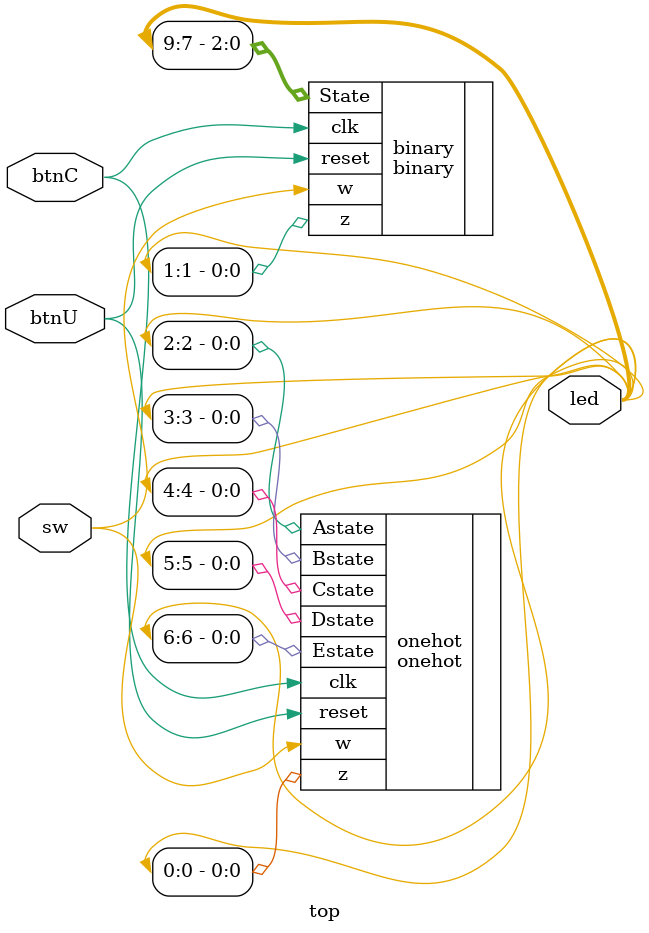
<source format=v>
module top(
    input sw, // w
    output [9:0] led, // see IO table
    input btnC, // clk
    input btnU // reset
);

    onehot onehot(
        .w(sw),
        .clk(btnC),
        .reset(btnU),
        .z(led[0]),
        .Astate(led[2]),
        .Bstate(led[3]),
        .Cstate(led[4]),
        .Dstate(led[5]),
        .Estate(led[6])
    );
    
    binary binary(
        .w(sw),
        .clk(btnC),
        .reset(btnU),
        .z(led[1]),
        .State(led[9:7])
    );
   

endmodule
</source>
